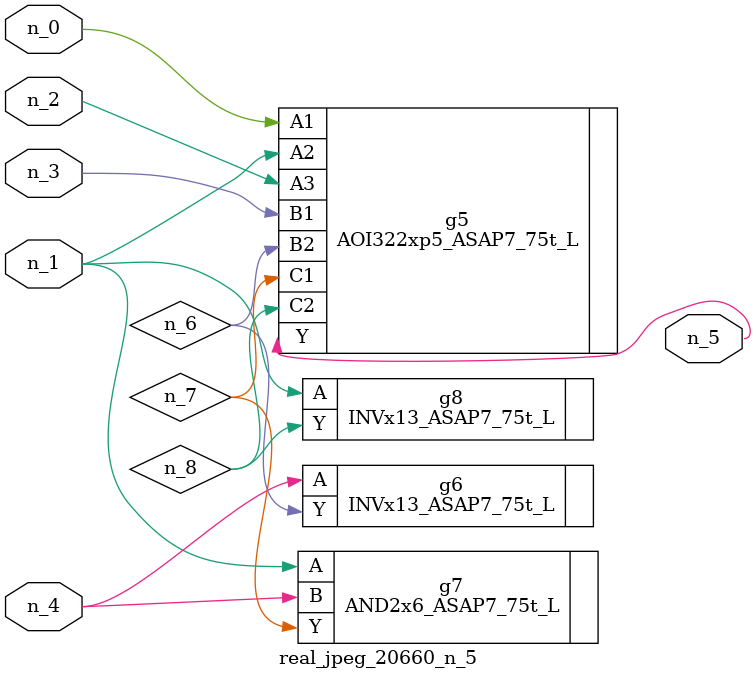
<source format=v>
module real_jpeg_20660_n_5 (n_4, n_0, n_1, n_2, n_3, n_5);

input n_4;
input n_0;
input n_1;
input n_2;
input n_3;

output n_5;

wire n_8;
wire n_6;
wire n_7;

AOI322xp5_ASAP7_75t_L g5 ( 
.A1(n_0),
.A2(n_1),
.A3(n_2),
.B1(n_3),
.B2(n_6),
.C1(n_7),
.C2(n_8),
.Y(n_5)
);

AND2x6_ASAP7_75t_L g7 ( 
.A(n_1),
.B(n_4),
.Y(n_7)
);

INVx13_ASAP7_75t_L g8 ( 
.A(n_1),
.Y(n_8)
);

INVx13_ASAP7_75t_L g6 ( 
.A(n_4),
.Y(n_6)
);


endmodule
</source>
